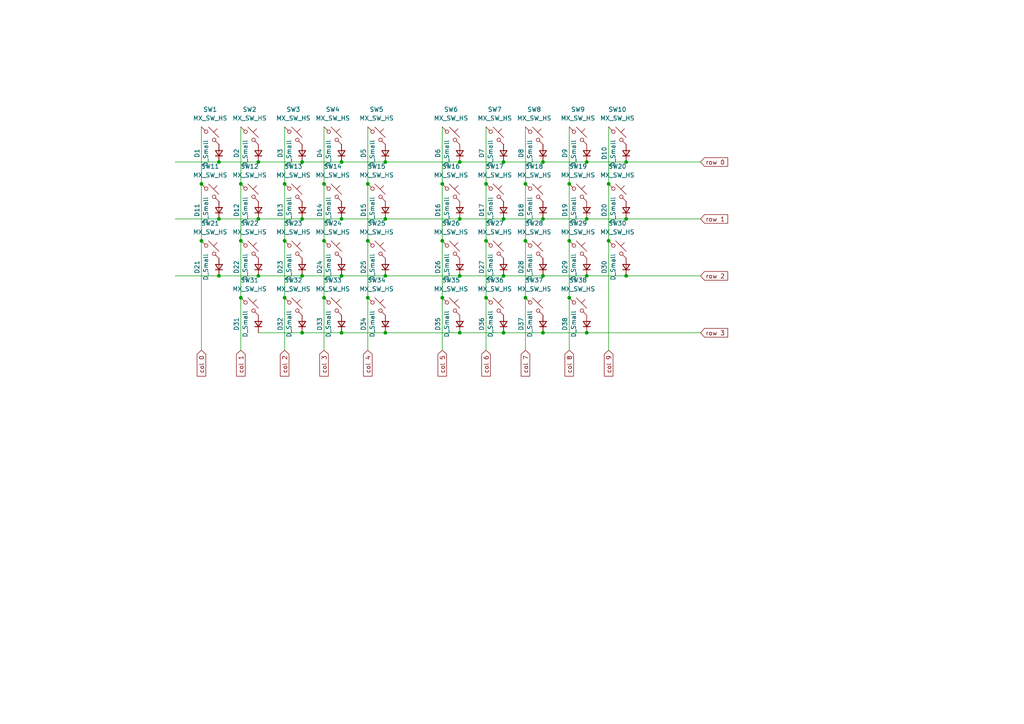
<source format=kicad_sch>
(kicad_sch (version 20231120) (generator "eeschema") (generator_version "8.0")
  (paper "A4")
  (lib_symbols
    (symbol "Device:D_Small" (pin_numbers hide) (pin_names (offset 0.254) hide)
      (property "Reference" "D" (at -1.27 2.032 0))
      (property "Value" "D_Small" (at -3.81 -2.032 0))
      (symbol "D_Small_0_1"
        (polyline (pts (xy -0.762 -1.016) (xy -0.762 1.016)) (stroke (width 0.254)))
        (polyline (pts (xy -0.762 0) (xy 0.762 0)))
        (polyline (pts (xy 0.762 -1.016) (xy -0.762 0) (xy 0.762 1.016) (xy 0.762 -1.016)) (stroke (width 0.254)))
      )
      (symbol "D_Small_1_1"
        (pin passive line (at -2.54 0 0) (length 1.778) (name "K") (number "1"))
        (pin passive line (at 2.54 0 180) (length 1.778) (name "A") (number "2"))
      )
    )
    (symbol "PCM_marbastlib-mx:MX_SW_HS_CPG151101S11" (pin_numbers hide) (pin_names (offset 1.016) hide)
      (property "Reference" "MX" (at 3.048 1.016 0))
      (property "Value" "MX_SW_HS" (at 0 -3.81 0))
      (symbol "MX_SW_HS_CPG151101S11_0_1"
        (circle (center -1.1684 1.1684) (radius 0.508))
        (polyline (pts (xy -0.508 2.54) (xy 2.54 -0.508)))
        (polyline (pts (xy 1.016 1.016) (xy 2.032 2.032)))
        (polyline (pts (xy -2.54 2.54) (xy -1.524 1.524) (xy -1.524 1.524)))
        (polyline (pts (xy 1.524 -1.524) (xy 2.54 -2.54) (xy 2.54 -2.54) (xy 2.54 -2.54)))
        (circle (center 1.143 -1.1938) (radius 0.508))
        (pin passive line (at -2.54 2.54 0) (length 0) (name "1") (number "1"))
        (pin passive line (at 2.54 -2.54 180) (length 0) (name "2") (number "2"))
      )
    )
  )
  (junction (at 74.93 80.01))
  (junction (at 146.05 96.52))
  (junction (at 87.63 46.99))
  (junction (at 128.27 53.34))
  (junction (at 181.61 63.5))
  (junction (at 181.61 46.99))
  (junction (at 111.76 96.52))
  (junction (at 99.06 63.5))
  (junction (at 128.27 69.85))
  (junction (at 165.1 53.34))
  (junction (at 146.05 80.01))
  (junction (at 140.97 53.34))
  (junction (at 146.05 46.99))
  (junction (at 157.48 63.5))
  (junction (at 152.4 69.85))
  (junction (at 133.35 80.01))
  (junction (at 133.35 96.52))
  (junction (at 170.18 46.99))
  (junction (at 99.06 96.52))
  (junction (at 82.55 53.34))
  (junction (at 165.1 86.36))
  (junction (at 170.18 80.01))
  (junction (at 157.48 96.52))
  (junction (at 111.76 80.01))
  (junction (at 87.63 80.01))
  (junction (at 152.4 86.36))
  (junction (at 176.53 53.34))
  (junction (at 63.5 63.5))
  (junction (at 74.93 46.99))
  (junction (at 99.06 80.01))
  (junction (at 69.85 53.34))
  (junction (at 87.63 96.52))
  (junction (at 128.27 86.36))
  (junction (at 74.93 63.5))
  (junction (at 140.97 86.36))
  (junction (at 106.68 53.34))
  (junction (at 63.5 80.01))
  (junction (at 157.48 46.99))
  (junction (at 82.55 69.85))
  (junction (at 111.76 46.99))
  (junction (at 170.18 96.52))
  (junction (at 58.42 53.34))
  (junction (at 87.63 63.5))
  (junction (at 93.98 69.85))
  (junction (at 93.98 86.36))
  (junction (at 82.55 86.36))
  (junction (at 106.68 69.85))
  (junction (at 165.1 69.85))
  (junction (at 63.5 46.99))
  (junction (at 111.76 63.5))
  (junction (at 146.05 63.5))
  (junction (at 133.35 63.5))
  (junction (at 99.06 46.99))
  (junction (at 58.42 69.85))
  (junction (at 181.61 80.01))
  (junction (at 106.68 86.36))
  (junction (at 133.35 46.99))
  (junction (at 157.48 80.01))
  (junction (at 170.18 63.5))
  (junction (at 140.97 69.85))
  (junction (at 69.85 69.85))
  (junction (at 152.4 53.34))
  (junction (at 176.53 69.85))
  (junction (at 93.98 53.34))
  (junction (at 69.85 86.36))
  (wire (pts (xy 181.61 63.5) (xy 203.2 63.5)))
  (wire (pts (xy 106.68 69.85) (xy 106.68 86.36)))
  (wire (pts (xy 93.98 86.36) (xy 93.98 101.6)))
  (wire (pts (xy 87.63 46.99) (xy 99.06 46.99)))
  (wire (pts (xy 152.4 53.34) (xy 152.4 69.85)))
  (wire (pts (xy 165.1 69.85) (xy 165.1 86.36)))
  (wire (pts (xy 106.68 53.34) (xy 106.68 69.85)))
  (wire (pts (xy 50.8 46.99) (xy 63.5 46.99)))
  (wire (pts (xy 111.76 63.5) (xy 133.35 63.5)))
  (wire (pts (xy 69.85 53.34) (xy 69.85 69.85)))
  (wire (pts (xy 176.53 36.83) (xy 176.53 53.34)))
  (wire (pts (xy 140.97 53.34) (xy 140.97 69.85)))
  (wire (pts (xy 181.61 80.01) (xy 203.2 80.01)))
  (wire (pts (xy 106.68 86.36) (xy 106.68 101.6)))
  (wire (pts (xy 74.93 96.52) (xy 87.63 96.52)))
  (wire (pts (xy 146.05 46.99) (xy 157.48 46.99)))
  (wire (pts (xy 69.85 86.36) (xy 69.85 101.6)))
  (wire (pts (xy 111.76 96.52) (xy 133.35 96.52)))
  (wire (pts (xy 69.85 69.85) (xy 69.85 86.36)))
  (wire (pts (xy 146.05 63.5) (xy 157.48 63.5)))
  (wire (pts (xy 170.18 63.5) (xy 181.61 63.5)))
  (wire (pts (xy 74.93 80.01) (xy 87.63 80.01)))
  (wire (pts (xy 170.18 80.01) (xy 181.61 80.01)))
  (wire (pts (xy 165.1 36.83) (xy 165.1 53.34)))
  (wire (pts (xy 176.53 53.34) (xy 176.53 69.85)))
  (wire (pts (xy 99.06 96.52) (xy 111.76 96.52)))
  (wire (pts (xy 58.42 53.34) (xy 58.42 69.85)))
  (wire (pts (xy 50.8 80.01) (xy 63.5 80.01)))
  (wire (pts (xy 165.1 53.34) (xy 165.1 69.85)))
  (wire (pts (xy 133.35 63.5) (xy 146.05 63.5)))
  (wire (pts (xy 82.55 86.36) (xy 82.55 101.6)))
  (wire (pts (xy 152.4 36.83) (xy 152.4 53.34)))
  (wire (pts (xy 50.8 63.5) (xy 63.5 63.5)))
  (wire (pts (xy 82.55 53.34) (xy 82.55 69.85)))
  (wire (pts (xy 140.97 69.85) (xy 140.97 86.36)))
  (wire (pts (xy 133.35 46.99) (xy 146.05 46.99)))
  (wire (pts (xy 128.27 53.34) (xy 128.27 69.85)))
  (wire (pts (xy 63.5 80.01) (xy 74.93 80.01)))
  (wire (pts (xy 111.76 80.01) (xy 133.35 80.01)))
  (wire (pts (xy 74.93 46.99) (xy 87.63 46.99)))
  (wire (pts (xy 87.63 80.01) (xy 99.06 80.01)))
  (wire (pts (xy 181.61 46.99) (xy 203.2 46.99)))
  (wire (pts (xy 133.35 96.52) (xy 146.05 96.52)))
  (wire (pts (xy 152.4 86.36) (xy 152.4 101.6)))
  (wire (pts (xy 140.97 86.36) (xy 140.97 101.6)))
  (wire (pts (xy 58.42 69.85) (xy 58.42 101.6)))
  (wire (pts (xy 157.48 96.52) (xy 170.18 96.52)))
  (wire (pts (xy 128.27 86.36) (xy 128.27 101.6)))
  (wire (pts (xy 170.18 96.52) (xy 203.2 96.52)))
  (wire (pts (xy 69.85 36.83) (xy 69.85 53.34)))
  (wire (pts (xy 146.05 80.01) (xy 157.48 80.01)))
  (wire (pts (xy 146.05 96.52) (xy 157.48 96.52)))
  (wire (pts (xy 106.68 36.83) (xy 106.68 53.34)))
  (wire (pts (xy 82.55 69.85) (xy 82.55 86.36)))
  (wire (pts (xy 63.5 46.99) (xy 74.93 46.99)))
  (wire (pts (xy 165.1 86.36) (xy 165.1 101.6)))
  (wire (pts (xy 82.55 36.83) (xy 82.55 53.34)))
  (wire (pts (xy 99.06 80.01) (xy 111.76 80.01)))
  (wire (pts (xy 152.4 69.85) (xy 152.4 86.36)))
  (wire (pts (xy 87.63 96.52) (xy 99.06 96.52)))
  (wire (pts (xy 157.48 63.5) (xy 170.18 63.5)))
  (wire (pts (xy 157.48 46.99) (xy 170.18 46.99)))
  (wire (pts (xy 93.98 36.83) (xy 93.98 53.34)))
  (wire (pts (xy 128.27 36.83) (xy 128.27 53.34)))
  (wire (pts (xy 128.27 69.85) (xy 128.27 86.36)))
  (wire (pts (xy 170.18 46.99) (xy 181.61 46.99)))
  (wire (pts (xy 111.76 46.99) (xy 133.35 46.99)))
  (wire (pts (xy 176.53 69.85) (xy 176.53 101.6)))
  (wire (pts (xy 140.97 36.83) (xy 140.97 53.34)))
  (wire (pts (xy 99.06 46.99) (xy 111.76 46.99)))
  (wire (pts (xy 58.42 36.83) (xy 58.42 53.34)))
  (wire (pts (xy 157.48 80.01) (xy 170.18 80.01)))
  (wire (pts (xy 93.98 53.34) (xy 93.98 69.85)))
  (wire (pts (xy 93.98 69.85) (xy 93.98 86.36)))
  (wire (pts (xy 63.5 63.5) (xy 74.93 63.5)))
  (wire (pts (xy 99.06 63.5) (xy 111.76 63.5)))
  (wire (pts (xy 74.93 63.5) (xy 87.63 63.5)))
  (wire (pts (xy 133.35 80.01) (xy 146.05 80.01)))
  (wire (pts (xy 87.63 63.5) (xy 99.06 63.5)))
  (global_label "col 4" (shape input) (at 106.68 101.6 270) (property "Intersheetrefs" "${INTERSHEET_REFS}" (effects (hide yes))))
  (global_label "row 1" (shape input) (at 203.2 63.5 0) (property "Intersheetrefs" "${INTERSHEET_REFS}" (effects (hide yes))))
  (global_label "row 2" (shape input) (at 203.2 80.01 0) (property "Intersheetrefs" "${INTERSHEET_REFS}" (effects (hide yes))))
  (global_label "col 0" (shape input) (at 58.42 101.6 270) (property "Intersheetrefs" "${INTERSHEET_REFS}" (effects (hide yes))))
  (global_label "row 3" (shape input) (at 203.2 96.52 0) (property "Intersheetrefs" "${INTERSHEET_REFS}" (effects (hide yes))))
  (global_label "col 5" (shape input) (at 128.27 101.6 270) (property "Intersheetrefs" "${INTERSHEET_REFS}" (effects (hide yes))))
  (global_label "col 6" (shape input) (at 140.97 101.6 270) (property "Intersheetrefs" "${INTERSHEET_REFS}" (effects (hide yes))))
  (global_label "col 8" (shape input) (at 165.1 101.6 270) (property "Intersheetrefs" "${INTERSHEET_REFS}" (effects (hide yes))))
  (global_label "col 3" (shape input) (at 93.98 101.6 270) (property "Intersheetrefs" "${INTERSHEET_REFS}" (effects (hide yes))))
  (global_label "col 2" (shape input) (at 82.55 101.6 270) (property "Intersheetrefs" "${INTERSHEET_REFS}" (effects (hide yes))))
  (global_label "col 7" (shape input) (at 152.4 101.6 270) (property "Intersheetrefs" "${INTERSHEET_REFS}" (effects (hide yes))))
  (global_label "col 1" (shape input) (at 69.85 101.6 270) (property "Intersheetrefs" "${INTERSHEET_REFS}" (effects (hide yes))))
  (global_label "row 0" (shape input) (at 203.2 46.99 0) (property "Intersheetrefs" "${INTERSHEET_REFS}" (effects (hide yes))))
  (global_label "col 9" (shape input) (at 176.53 101.6 270) (property "Intersheetrefs" "${INTERSHEET_REFS}" (effects (hide yes))))
  (symbol (lib_id "PCM_marbastlib-mx:MX_SW_HS_CPG151101S11") (at 60.96 72.39 0) (unit 1)
    (property "Reference" "SW21" (at 60.96 64.77 0))
    (property "Value" "MX_SW_HS" (at 60.96 67.31 0))
    (property "Footprint" "PCM_marbastlib-mx:SW_MX_HS_CPG151101S11_1u" (effects (hide yes)))
  )
  (symbol (lib_id "PCM_marbastlib-mx:MX_SW_HS_CPG151101S11") (at 109.22 55.88 0) (unit 1)
    (property "Reference" "SW15" (at 109.22 48.26 0))
    (property "Value" "MX_SW_HS" (at 109.22 50.8 0))
    (property "Footprint" "PCM_marbastlib-mx:SW_MX_HS_CPG151101S11_1u" (effects (hide yes)))
  )
  (symbol (lib_id "PCM_marbastlib-mx:MX_SW_HS_CPG151101S11") (at 130.81 39.37 0) (unit 1)
    (property "Reference" "SW6" (at 130.81 31.75 0))
    (property "Value" "MX_SW_HS" (at 130.81 34.29 0))
    (property "Footprint" "PCM_marbastlib-mx:SW_MX_HS_CPG151101S11_1u" (effects (hide yes)))
  )
  (symbol (lib_id "Device:D_Small") (at 146.05 77.47 90) (unit 1)
    (property "Reference" "D27" (at 139.7 77.47 0))
    (property "Value" "D_Small" (at 142.24 77.47 0))
    (property "Footprint" "Keebio-Parts:D_SOD-323" (effects (hide yes)))
    (property "Sim.Device" "D" (effects (hide yes)))
    (property "Sim.Pins" "1=K 2=A" (effects (hide yes)))
  )
  (symbol (lib_id "PCM_marbastlib-mx:MX_SW_HS_CPG151101S11") (at 167.64 72.39 0) (unit 1)
    (property "Reference" "SW29" (at 167.64 64.77 0))
    (property "Value" "MX_SW_HS" (at 167.64 67.31 0))
    (property "Footprint" "PCM_marbastlib-mx:SW_MX_HS_CPG151101S11_1u" (effects (hide yes)))
  )
  (symbol (lib_id "PCM_marbastlib-mx:MX_SW_HS_CPG151101S11") (at 154.94 88.9 0) (unit 1)
    (property "Reference" "SW37" (at 154.94 81.28 0))
    (property "Value" "MX_SW_HS" (at 154.94 83.82 0))
    (property "Footprint" "PCM_marbastlib-mx:SW_MX_HS_CPG151101S11_1u" (effects (hide yes)))
  )
  (symbol (lib_id "PCM_marbastlib-mx:MX_SW_HS_CPG151101S11") (at 85.09 55.88 0) (unit 1)
    (property "Reference" "SW13" (at 85.09 48.26 0))
    (property "Value" "MX_SW_HS" (at 85.09 50.8 0))
    (property "Footprint" "PCM_marbastlib-mx:SW_MX_HS_CPG151101S11_1u" (effects (hide yes)))
  )
  (symbol (lib_id "PCM_marbastlib-mx:MX_SW_HS_CPG151101S11") (at 85.09 88.9 0) (unit 1)
    (property "Reference" "SW32" (at 85.09 81.28 0))
    (property "Value" "MX_SW_HS" (at 85.09 83.82 0))
    (property "Footprint" "PCM_marbastlib-mx:SW_MX_HS_CPG151101S11_1u" (effects (hide yes)))
  )
  (symbol (lib_id "Device:D_Small") (at 157.48 44.45 90) (unit 1)
    (property "Reference" "D8" (at 151.13 44.45 0))
    (property "Value" "D_Small" (at 153.67 44.45 0))
    (property "Footprint" "Keebio-Parts:D_SOD-323" (effects (hide yes)))
    (property "Sim.Device" "D" (effects (hide yes)))
    (property "Sim.Pins" "1=K 2=A" (effects (hide yes)))
  )
  (symbol (lib_id "Device:D_Small") (at 133.35 77.47 90) (unit 1)
    (property "Reference" "D26" (at 127 77.47 0))
    (property "Value" "D_Small" (at 129.54 77.47 0))
    (property "Footprint" "Keebio-Parts:D_SOD-323" (effects (hide yes)))
    (property "Sim.Device" "D" (effects (hide yes)))
    (property "Sim.Pins" "1=K 2=A" (effects (hide yes)))
  )
  (symbol (lib_id "Device:D_Small") (at 170.18 44.45 90) (unit 1)
    (property "Reference" "D9" (at 163.83 44.45 0))
    (property "Value" "D_Small" (at 166.37 44.45 0))
    (property "Footprint" "Keebio-Parts:D_SOD-323" (effects (hide yes)))
    (property "Sim.Device" "D" (effects (hide yes)))
    (property "Sim.Pins" "1=K 2=A" (effects (hide yes)))
  )
  (symbol (lib_id "Device:D_Small") (at 87.63 44.45 90) (unit 1)
    (property "Reference" "D3" (at 81.28 44.45 0))
    (property "Value" "D_Small" (at 83.82 44.45 0))
    (property "Footprint" "Keebio-Parts:D_SOD-323" (effects (hide yes)))
    (property "Sim.Device" "D" (effects (hide yes)))
    (property "Sim.Pins" "1=K 2=A" (effects (hide yes)))
  )
  (symbol (lib_id "PCM_marbastlib-mx:MX_SW_HS_CPG151101S11") (at 109.22 88.9 0) (unit 1)
    (property "Reference" "SW34" (at 109.22 81.28 0))
    (property "Value" "MX_SW_HS" (at 109.22 83.82 0))
    (property "Footprint" "PCM_marbastlib-mx:SW_MX_HS_CPG151101S11_1u" (effects (hide yes)))
  )
  (symbol (lib_id "PCM_marbastlib-mx:MX_SW_HS_CPG151101S11") (at 179.07 39.37 0) (unit 1)
    (property "Reference" "SW10" (at 179.07 31.75 0))
    (property "Value" "MX_SW_HS" (at 179.07 34.29 0))
    (property "Footprint" "PCM_marbastlib-mx:SW_MX_HS_CPG151101S11_1u" (effects (hide yes)))
  )
  (symbol (lib_id "PCM_marbastlib-mx:MX_SW_HS_CPG151101S11") (at 72.39 72.39 0) (unit 1)
    (property "Reference" "SW22" (at 72.39 64.77 0))
    (property "Value" "MX_SW_HS" (at 72.39 67.31 0))
    (property "Footprint" "PCM_marbastlib-mx:SW_MX_HS_CPG151101S11_1u" (effects (hide yes)))
  )
  (symbol (lib_id "Device:D_Small") (at 181.61 44.45 90) (unit 1)
    (property "Reference" "D10" (at 175.26 44.45 0))
    (property "Value" "D_Small" (at 177.8 44.45 0))
    (property "Footprint" "Keebio-Parts:D_SOD-323" (effects (hide yes)))
    (property "Sim.Device" "D" (effects (hide yes)))
    (property "Sim.Pins" "1=K 2=A" (effects (hide yes)))
  )
  (symbol (lib_id "Device:D_Small") (at 157.48 93.98 90) (unit 1)
    (property "Reference" "D37" (at 151.13 93.98 0))
    (property "Value" "D_Small" (at 153.67 93.98 0))
    (property "Footprint" "Keebio-Parts:D_SOD-323" (effects (hide yes)))
    (property "Sim.Device" "D" (effects (hide yes)))
    (property "Sim.Pins" "1=K 2=A" (effects (hide yes)))
  )
  (symbol (lib_id "Device:D_Small") (at 181.61 77.47 90) (unit 1)
    (property "Reference" "D30" (at 175.26 77.47 0))
    (property "Value" "D_Small" (at 177.8 77.47 0))
    (property "Footprint" "Keebio-Parts:D_SOD-323" (effects (hide yes)))
    (property "Sim.Device" "D" (effects (hide yes)))
    (property "Sim.Pins" "1=K 2=A" (effects (hide yes)))
  )
  (symbol (lib_id "Device:D_Small") (at 63.5 77.47 90) (unit 1)
    (property "Reference" "D21" (at 57.15 77.47 0))
    (property "Value" "D_Small" (at 59.69 77.47 0))
    (property "Footprint" "Keebio-Parts:D_SOD-323" (effects (hide yes)))
    (property "Sim.Device" "D" (effects (hide yes)))
    (property "Sim.Pins" "1=K 2=A" (effects (hide yes)))
  )
  (symbol (lib_id "Device:D_Small") (at 170.18 60.96 90) (unit 1)
    (property "Reference" "D19" (at 163.83 60.96 0))
    (property "Value" "D_Small" (at 166.37 60.96 0))
    (property "Footprint" "Keebio-Parts:D_SOD-323" (effects (hide yes)))
    (property "Sim.Device" "D" (effects (hide yes)))
    (property "Sim.Pins" "1=K 2=A" (effects (hide yes)))
  )
  (symbol (lib_id "Device:D_Small") (at 133.35 44.45 90) (unit 1)
    (property "Reference" "D6" (at 127 44.45 0))
    (property "Value" "D_Small" (at 129.54 44.45 0))
    (property "Footprint" "Keebio-Parts:D_SOD-323" (effects (hide yes)))
    (property "Sim.Device" "D" (effects (hide yes)))
    (property "Sim.Pins" "1=K 2=A" (effects (hide yes)))
  )
  (symbol (lib_id "PCM_marbastlib-mx:MX_SW_HS_CPG151101S11") (at 154.94 55.88 0) (unit 1)
    (property "Reference" "SW18" (at 154.94 48.26 0))
    (property "Value" "MX_SW_HS" (at 154.94 50.8 0))
    (property "Footprint" "PCM_marbastlib-mx:SW_MX_HS_CPG151101S11_1u" (effects (hide yes)))
  )
  (symbol (lib_id "Device:D_Small") (at 157.48 60.96 90) (unit 1)
    (property "Reference" "D18" (at 151.13 60.96 0))
    (property "Value" "D_Small" (at 153.67 60.96 0))
    (property "Footprint" "Keebio-Parts:D_SOD-323" (effects (hide yes)))
    (property "Sim.Device" "D" (effects (hide yes)))
    (property "Sim.Pins" "1=K 2=A" (effects (hide yes)))
  )
  (symbol (lib_id "Device:D_Small") (at 170.18 77.47 90) (unit 1)
    (property "Reference" "D29" (at 163.83 77.47 0))
    (property "Value" "D_Small" (at 166.37 77.47 0))
    (property "Footprint" "Keebio-Parts:D_SOD-323" (effects (hide yes)))
    (property "Sim.Device" "D" (effects (hide yes)))
    (property "Sim.Pins" "1=K 2=A" (effects (hide yes)))
  )
  (symbol (lib_id "PCM_marbastlib-mx:MX_SW_HS_CPG151101S11") (at 72.39 88.9 0) (unit 1)
    (property "Reference" "SW31" (at 72.39 81.28 0))
    (property "Value" "MX_SW_HS" (at 72.39 83.82 0))
    (property "Footprint" "PCM_marbastlib-mx:SW_MX_HS_CPG151101S11_1u" (effects (hide yes)))
  )
  (symbol (lib_id "Device:D_Small") (at 87.63 93.98 90) (unit 1)
    (property "Reference" "D32" (at 81.28 93.98 0))
    (property "Value" "D_Small" (at 83.82 93.98 0))
    (property "Footprint" "Keebio-Parts:D_SOD-323" (effects (hide yes)))
    (property "Sim.Device" "D" (effects (hide yes)))
    (property "Sim.Pins" "1=K 2=A" (effects (hide yes)))
  )
  (symbol (lib_id "PCM_marbastlib-mx:MX_SW_HS_CPG151101S11") (at 60.96 39.37 0) (unit 1)
    (property "Reference" "SW1" (at 60.96 31.75 0))
    (property "Value" "MX_SW_HS" (at 60.96 34.29 0))
    (property "Footprint" "PCM_marbastlib-mx:SW_MX_HS_CPG151101S11_1u" (effects (hide yes)))
  )
  (symbol (lib_id "PCM_marbastlib-mx:MX_SW_HS_CPG151101S11") (at 130.81 55.88 0) (unit 1)
    (property "Reference" "SW16" (at 130.81 48.26 0))
    (property "Value" "MX_SW_HS" (at 130.81 50.8 0))
    (property "Footprint" "PCM_marbastlib-mx:SW_MX_HS_CPG151101S11_1u" (effects (hide yes)))
  )
  (symbol (lib_id "PCM_marbastlib-mx:MX_SW_HS_CPG151101S11") (at 72.39 55.88 0) (unit 1)
    (property "Reference" "SW12" (at 72.39 48.26 0))
    (property "Value" "MX_SW_HS" (at 72.39 50.8 0))
    (property "Footprint" "PCM_marbastlib-mx:SW_MX_HS_CPG151101S11_1u" (effects (hide yes)))
  )
  (symbol (lib_id "Device:D_Small") (at 111.76 77.47 90) (unit 1)
    (property "Reference" "D25" (at 105.41 77.47 0))
    (property "Value" "D_Small" (at 107.95 77.47 0))
    (property "Footprint" "Keebio-Parts:D_SOD-323" (effects (hide yes)))
    (property "Sim.Device" "D" (effects (hide yes)))
    (property "Sim.Pins" "1=K 2=A" (effects (hide yes)))
  )
  (symbol (lib_id "Device:D_Small") (at 170.18 93.98 90) (unit 1)
    (property "Reference" "D38" (at 163.83 93.98 0))
    (property "Value" "D_Small" (at 166.37 93.98 0))
    (property "Footprint" "Keebio-Parts:D_SOD-323" (effects (hide yes)))
    (property "Sim.Device" "D" (effects (hide yes)))
    (property "Sim.Pins" "1=K 2=A" (effects (hide yes)))
  )
  (symbol (lib_id "PCM_marbastlib-mx:MX_SW_HS_CPG151101S11") (at 143.51 55.88 0) (unit 1)
    (property "Reference" "SW17" (at 143.51 48.26 0))
    (property "Value" "MX_SW_HS" (at 143.51 50.8 0))
    (property "Footprint" "PCM_marbastlib-mx:SW_MX_HS_CPG151101S11_1u" (effects (hide yes)))
  )
  (symbol (lib_id "PCM_marbastlib-mx:MX_SW_HS_CPG151101S11") (at 109.22 72.39 0) (unit 1)
    (property "Reference" "SW25" (at 109.22 64.77 0))
    (property "Value" "MX_SW_HS" (at 109.22 67.31 0))
    (property "Footprint" "PCM_marbastlib-mx:SW_MX_HS_CPG151101S11_1u" (effects (hide yes)))
  )
  (symbol (lib_id "PCM_marbastlib-mx:MX_SW_HS_CPG151101S11") (at 130.81 72.39 0) (unit 1)
    (property "Reference" "SW26" (at 130.81 64.77 0))
    (property "Value" "MX_SW_HS" (at 130.81 67.31 0))
    (property "Footprint" "PCM_marbastlib-mx:SW_MX_HS_CPG151101S11_1u" (effects (hide yes)))
  )
  (symbol (lib_id "PCM_marbastlib-mx:MX_SW_HS_CPG151101S11") (at 167.64 55.88 0) (unit 1)
    (property "Reference" "SW19" (at 167.64 48.26 0))
    (property "Value" "MX_SW_HS" (at 167.64 50.8 0))
    (property "Footprint" "PCM_marbastlib-mx:SW_MX_HS_CPG151101S11_1u" (effects (hide yes)))
  )
  (symbol (lib_id "PCM_marbastlib-mx:MX_SW_HS_CPG151101S11") (at 109.22 39.37 0) (unit 1)
    (property "Reference" "SW5" (at 109.22 31.75 0))
    (property "Value" "MX_SW_HS" (at 109.22 34.29 0))
    (property "Footprint" "PCM_marbastlib-mx:SW_MX_HS_CPG151101S11_1u" (effects (hide yes)))
  )
  (symbol (lib_id "PCM_marbastlib-mx:MX_SW_HS_CPG151101S11") (at 167.64 88.9 0) (unit 1)
    (property "Reference" "SW38" (at 167.64 81.28 0))
    (property "Value" "MX_SW_HS" (at 167.64 83.82 0))
    (property "Footprint" "PCM_marbastlib-mx:SW_MX_HS_CPG151101S11_1u" (effects (hide yes)))
  )
  (symbol (lib_id "PCM_marbastlib-mx:MX_SW_HS_CPG151101S11") (at 179.07 72.39 0) (unit 1)
    (property "Reference" "SW30" (at 179.07 64.77 0))
    (property "Value" "MX_SW_HS" (at 179.07 67.31 0))
    (property "Footprint" "PCM_marbastlib-mx:SW_MX_HS_CPG151101S11_1u" (effects (hide yes)))
  )
  (symbol (lib_id "PCM_marbastlib-mx:MX_SW_HS_CPG151101S11") (at 96.52 55.88 0) (unit 1)
    (property "Reference" "SW14" (at 96.52 48.26 0))
    (property "Value" "MX_SW_HS" (at 96.52 50.8 0))
    (property "Footprint" "PCM_marbastlib-mx:SW_MX_HS_CPG151101S11_1u" (effects (hide yes)))
  )
  (symbol (lib_id "Device:D_Small") (at 146.05 93.98 90) (unit 1)
    (property "Reference" "D36" (at 139.7 93.98 0))
    (property "Value" "D_Small" (at 142.24 93.98 0))
    (property "Footprint" "Keebio-Parts:D_SOD-323" (effects (hide yes)))
    (property "Sim.Device" "D" (effects (hide yes)))
    (property "Sim.Pins" "1=K 2=A" (effects (hide yes)))
  )
  (symbol (lib_id "Device:D_Small") (at 181.61 60.96 90) (unit 1)
    (property "Reference" "D20" (at 175.26 60.96 0))
    (property "Value" "D_Small" (at 177.8 60.96 0))
    (property "Footprint" "Keebio-Parts:D_SOD-323" (effects (hide yes)))
    (property "Sim.Device" "D" (effects (hide yes)))
    (property "Sim.Pins" "1=K 2=A" (effects (hide yes)))
  )
  (symbol (lib_id "Device:D_Small") (at 111.76 60.96 90) (unit 1)
    (property "Reference" "D15" (at 105.41 60.96 0))
    (property "Value" "D_Small" (at 107.95 60.96 0))
    (property "Footprint" "Keebio-Parts:D_SOD-323" (effects (hide yes)))
    (property "Sim.Device" "D" (effects (hide yes)))
    (property "Sim.Pins" "1=K 2=A" (effects (hide yes)))
  )
  (symbol (lib_id "PCM_marbastlib-mx:MX_SW_HS_CPG151101S11") (at 130.81 88.9 0) (unit 1)
    (property "Reference" "SW35" (at 130.81 81.28 0))
    (property "Value" "MX_SW_HS" (at 130.81 83.82 0))
    (property "Footprint" "PCM_marbastlib-mx:SW_MX_HS_CPG151101S11_1u" (effects (hide yes)))
  )
  (symbol (lib_id "Device:D_Small") (at 74.93 93.98 90) (unit 1)
    (property "Reference" "D31" (at 68.58 93.98 0))
    (property "Value" "D_Small" (at 71.12 93.98 0))
    (property "Footprint" "Keebio-Parts:D_SOD-323" (effects (hide yes)))
    (property "Sim.Device" "D" (effects (hide yes)))
    (property "Sim.Pins" "1=K 2=A" (effects (hide yes)))
  )
  (symbol (lib_id "Device:D_Small") (at 99.06 44.45 90) (unit 1)
    (property "Reference" "D4" (at 92.71 44.45 0))
    (property "Value" "D_Small" (at 95.25 44.45 0))
    (property "Footprint" "Keebio-Parts:D_SOD-323" (effects (hide yes)))
    (property "Sim.Device" "D" (effects (hide yes)))
    (property "Sim.Pins" "1=K 2=A" (effects (hide yes)))
  )
  (symbol (lib_id "PCM_marbastlib-mx:MX_SW_HS_CPG151101S11") (at 85.09 72.39 0) (unit 1)
    (property "Reference" "SW23" (at 85.09 64.77 0))
    (property "Value" "MX_SW_HS" (at 85.09 67.31 0))
    (property "Footprint" "PCM_marbastlib-mx:SW_MX_HS_CPG151101S11_1u" (effects (hide yes)))
  )
  (symbol (lib_id "PCM_marbastlib-mx:MX_SW_HS_CPG151101S11") (at 154.94 39.37 0) (unit 1)
    (property "Reference" "SW8" (at 154.94 31.75 0))
    (property "Value" "MX_SW_HS" (at 154.94 34.29 0))
    (property "Footprint" "PCM_marbastlib-mx:SW_MX_HS_CPG151101S11_1u" (effects (hide yes)))
  )
  (symbol (lib_id "Device:D_Small") (at 74.93 77.47 90) (unit 1)
    (property "Reference" "D22" (at 68.58 77.47 0))
    (property "Value" "D_Small" (at 71.12 77.47 0))
    (property "Footprint" "Keebio-Parts:D_SOD-323" (effects (hide yes)))
    (property "Sim.Device" "D" (effects (hide yes)))
    (property "Sim.Pins" "1=K 2=A" (effects (hide yes)))
  )
  (symbol (lib_id "Device:D_Small") (at 157.48 77.47 90) (unit 1)
    (property "Reference" "D28" (at 151.13 77.47 0))
    (property "Value" "D_Small" (at 153.67 77.47 0))
    (property "Footprint" "Keebio-Parts:D_SOD-323" (effects (hide yes)))
    (property "Sim.Device" "D" (effects (hide yes)))
    (property "Sim.Pins" "1=K 2=A" (effects (hide yes)))
  )
  (symbol (lib_id "PCM_marbastlib-mx:MX_SW_HS_CPG151101S11") (at 96.52 88.9 0) (unit 1)
    (property "Reference" "SW33" (at 96.52 81.28 0))
    (property "Value" "MX_SW_HS" (at 96.52 83.82 0))
    (property "Footprint" "PCM_marbastlib-mx:SW_MX_HS_CPG151101S11_1u" (effects (hide yes)))
  )
  (symbol (lib_id "Device:D_Small") (at 87.63 77.47 90) (unit 1)
    (property "Reference" "D23" (at 81.28 77.47 0))
    (property "Value" "D_Small" (at 83.82 77.47 0))
    (property "Footprint" "Keebio-Parts:D_SOD-323" (effects (hide yes)))
    (property "Sim.Device" "D" (effects (hide yes)))
    (property "Sim.Pins" "1=K 2=A" (effects (hide yes)))
  )
  (symbol (lib_id "Device:D_Small") (at 99.06 77.47 90) (unit 1)
    (property "Reference" "D24" (at 92.71 77.47 0))
    (property "Value" "D_Small" (at 95.25 77.47 0))
    (property "Footprint" "Keebio-Parts:D_SOD-323" (effects (hide yes)))
    (property "Sim.Device" "D" (effects (hide yes)))
    (property "Sim.Pins" "1=K 2=A" (effects (hide yes)))
  )
  (symbol (lib_id "PCM_marbastlib-mx:MX_SW_HS_CPG151101S11") (at 96.52 72.39 0) (unit 1)
    (property "Reference" "SW24" (at 96.52 64.77 0))
    (property "Value" "MX_SW_HS" (at 96.52 67.31 0))
    (property "Footprint" "PCM_marbastlib-mx:SW_MX_HS_CPG151101S11_1u" (effects (hide yes)))
  )
  (symbol (lib_id "Device:D_Small") (at 99.06 60.96 90) (unit 1)
    (property "Reference" "D14" (at 92.71 60.96 0))
    (property "Value" "D_Small" (at 95.25 60.96 0))
    (property "Footprint" "Keebio-Parts:D_SOD-323" (effects (hide yes)))
    (property "Sim.Device" "D" (effects (hide yes)))
    (property "Sim.Pins" "1=K 2=A" (effects (hide yes)))
  )
  (symbol (lib_id "PCM_marbastlib-mx:MX_SW_HS_CPG151101S11") (at 72.39 39.37 0) (unit 1)
    (property "Reference" "SW2" (at 72.39 31.75 0))
    (property "Value" "MX_SW_HS" (at 72.39 34.29 0))
    (property "Footprint" "PCM_marbastlib-mx:SW_MX_HS_CPG151101S11_1u" (effects (hide yes)))
  )
  (symbol (lib_id "Device:D_Small") (at 111.76 44.45 90) (unit 1)
    (property "Reference" "D5" (at 105.41 44.45 0))
    (property "Value" "D_Small" (at 107.95 44.45 0))
    (property "Footprint" "Keebio-Parts:D_SOD-323" (effects (hide yes)))
    (property "Sim.Device" "D" (effects (hide yes)))
    (property "Sim.Pins" "1=K 2=A" (effects (hide yes)))
  )
  (symbol (lib_id "PCM_marbastlib-mx:MX_SW_HS_CPG151101S11") (at 179.07 55.88 0) (unit 1)
    (property "Reference" "SW20" (at 179.07 48.26 0))
    (property "Value" "MX_SW_HS" (at 179.07 50.8 0))
    (property "Footprint" "PCM_marbastlib-mx:SW_MX_HS_CPG151101S11_1u" (effects (hide yes)))
  )
  (symbol (lib_id "PCM_marbastlib-mx:MX_SW_HS_CPG151101S11") (at 96.52 39.37 0) (unit 1)
    (property "Reference" "SW4" (at 96.52 31.75 0))
    (property "Value" "MX_SW_HS" (at 96.52 34.29 0))
    (property "Footprint" "PCM_marbastlib-mx:SW_MX_HS_CPG151101S11_1u" (effects (hide yes)))
  )
  (symbol (lib_id "Device:D_Small") (at 99.06 93.98 90) (unit 1)
    (property "Reference" "D33" (at 92.71 93.98 0))
    (property "Value" "D_Small" (at 95.25 93.98 0))
    (property "Footprint" "Keebio-Parts:D_SOD-323" (effects (hide yes)))
    (property "Sim.Device" "D" (effects (hide yes)))
    (property "Sim.Pins" "1=K 2=A" (effects (hide yes)))
  )
  (symbol (lib_id "PCM_marbastlib-mx:MX_SW_HS_CPG151101S11") (at 143.51 88.9 0) (unit 1)
    (property "Reference" "SW36" (at 143.51 81.28 0))
    (property "Value" "MX_SW_HS" (at 143.51 83.82 0))
    (property "Footprint" "PCM_marbastlib-mx:SW_MX_HS_CPG151101S11_1u" (effects (hide yes)))
  )
  (symbol (lib_id "Device:D_Small") (at 74.93 44.45 90) (unit 1)
    (property "Reference" "D2" (at 68.58 44.45 0))
    (property "Value" "D_Small" (at 71.12 44.45 0))
    (property "Footprint" "Keebio-Parts:D_SOD-323" (effects (hide yes)))
    (property "Sim.Device" "D" (effects (hide yes)))
    (property "Sim.Pins" "1=K 2=A" (effects (hide yes)))
  )
  (symbol (lib_id "Device:D_Small") (at 133.35 60.96 90) (unit 1)
    (property "Reference" "D16" (at 127 60.96 0))
    (property "Value" "D_Small" (at 129.54 60.96 0))
    (property "Footprint" "Keebio-Parts:D_SOD-323" (effects (hide yes)))
    (property "Sim.Device" "D" (effects (hide yes)))
    (property "Sim.Pins" "1=K 2=A" (effects (hide yes)))
  )
  (symbol (lib_id "PCM_marbastlib-mx:MX_SW_HS_CPG151101S11") (at 85.09 39.37 0) (unit 1)
    (property "Reference" "SW3" (at 85.09 31.75 0))
    (property "Value" "MX_SW_HS" (at 85.09 34.29 0))
    (property "Footprint" "PCM_marbastlib-mx:SW_MX_HS_CPG151101S11_1u" (effects (hide yes)))
  )
  (symbol (lib_id "Device:D_Small") (at 63.5 60.96 90) (unit 1)
    (property "Reference" "D11" (at 57.15 60.96 0))
    (property "Value" "D_Small" (at 59.69 60.96 0))
    (property "Footprint" "Keebio-Parts:D_SOD-323" (effects (hide yes)))
    (property "Sim.Device" "D" (effects (hide yes)))
    (property "Sim.Pins" "1=K 2=A" (effects (hide yes)))
  )
  (symbol (lib_id "PCM_marbastlib-mx:MX_SW_HS_CPG151101S11") (at 167.64 39.37 0) (unit 1)
    (property "Reference" "SW9" (at 167.64 31.75 0))
    (property "Value" "MX_SW_HS" (at 167.64 34.29 0))
    (property "Footprint" "PCM_marbastlib-mx:SW_MX_HS_CPG151101S11_1u" (effects (hide yes)))
  )
  (symbol (lib_id "PCM_marbastlib-mx:MX_SW_HS_CPG151101S11") (at 143.51 39.37 0) (unit 1)
    (property "Reference" "SW7" (at 143.51 31.75 0))
    (property "Value" "MX_SW_HS" (at 143.51 34.29 0))
    (property "Footprint" "PCM_marbastlib-mx:SW_MX_HS_CPG151101S11_1u" (effects (hide yes)))
  )
  (symbol (lib_id "Device:D_Small") (at 146.05 60.96 90) (unit 1)
    (property "Reference" "D17" (at 139.7 60.96 0))
    (property "Value" "D_Small" (at 142.24 60.96 0))
    (property "Footprint" "Keebio-Parts:D_SOD-323" (effects (hide yes)))
    (property "Sim.Device" "D" (effects (hide yes)))
    (property "Sim.Pins" "1=K 2=A" (effects (hide yes)))
  )
  (symbol (lib_id "Device:D_Small") (at 63.5 44.45 90) (unit 1)
    (property "Reference" "D1" (at 57.15 44.45 0))
    (property "Value" "D_Small" (at 59.69 44.45 0))
    (property "Footprint" "Keebio-Parts:D_SOD-323" (effects (hide yes)))
    (property "Sim.Device" "D" (effects (hide yes)))
    (property "Sim.Pins" "1=K 2=A" (effects (hide yes)))
  )
  (symbol (lib_id "Device:D_Small") (at 74.93 60.96 90) (unit 1)
    (property "Reference" "D12" (at 68.58 60.96 0))
    (property "Value" "D_Small" (at 71.12 60.96 0))
    (property "Footprint" "Keebio-Parts:D_SOD-323" (effects (hide yes)))
    (property "Sim.Device" "D" (effects (hide yes)))
    (property "Sim.Pins" "1=K 2=A" (effects (hide yes)))
  )
  (symbol (lib_id "Device:D_Small") (at 146.05 44.45 90) (unit 1)
    (property "Reference" "D7" (at 139.7 44.45 0))
    (property "Value" "D_Small" (at 142.24 44.45 0))
    (property "Footprint" "Keebio-Parts:D_SOD-323" (effects (hide yes)))
    (property "Sim.Device" "D" (effects (hide yes)))
    (property "Sim.Pins" "1=K 2=A" (effects (hide yes)))
  )
  (symbol (lib_id "Device:D_Small") (at 133.35 93.98 90) (unit 1)
    (property "Reference" "D35" (at 127 93.98 0))
    (property "Value" "D_Small" (at 129.54 93.98 0))
    (property "Footprint" "Keebio-Parts:D_SOD-323" (effects (hide yes)))
    (property "Sim.Device" "D" (effects (hide yes)))
    (property "Sim.Pins" "1=K 2=A" (effects (hide yes)))
  )
  (symbol (lib_id "PCM_marbastlib-mx:MX_SW_HS_CPG151101S11") (at 60.96 55.88 0) (unit 1)
    (property "Reference" "SW11" (at 60.96 48.26 0))
    (property "Value" "MX_SW_HS" (at 60.96 50.8 0))
    (property "Footprint" "PCM_marbastlib-mx:SW_MX_HS_CPG151101S11_1u" (effects (hide yes)))
  )
  (symbol (lib_id "Device:D_Small") (at 111.76 93.98 90) (unit 1)
    (property "Reference" "D34" (at 105.41 93.98 0))
    (property "Value" "D_Small" (at 107.95 93.98 0))
    (property "Footprint" "Keebio-Parts:D_SOD-323" (effects (hide yes)))
    (property "Sim.Device" "D" (effects (hide yes)))
    (property "Sim.Pins" "1=K 2=A" (effects (hide yes)))
  )
  (symbol (lib_id "Device:D_Small") (at 87.63 60.96 90) (unit 1)
    (property "Reference" "D13" (at 81.28 60.96 0))
    (property "Value" "D_Small" (at 83.82 60.96 0))
    (property "Footprint" "Keebio-Parts:D_SOD-323" (effects (hide yes)))
    (property "Sim.Device" "D" (effects (hide yes)))
    (property "Sim.Pins" "1=K 2=A" (effects (hide yes)))
  )
  (symbol (lib_id "PCM_marbastlib-mx:MX_SW_HS_CPG151101S11") (at 143.51 72.39 0) (unit 1)
    (property "Reference" "SW27" (at 143.51 64.77 0))
    (property "Value" "MX_SW_HS" (at 143.51 67.31 0))
    (property "Footprint" "PCM_marbastlib-mx:SW_MX_HS_CPG151101S11_1u" (effects (hide yes)))
  )
  (symbol (lib_id "PCM_marbastlib-mx:MX_SW_HS_CPG151101S11") (at 154.94 72.39 0) (unit 1)
    (property "Reference" "SW28" (at 154.94 64.77 0))
    (property "Value" "MX_SW_HS" (at 154.94 67.31 0))
    (property "Footprint" "PCM_marbastlib-mx:SW_MX_HS_CPG151101S11_1u" (effects (hide yes)))
  )
)
</source>
